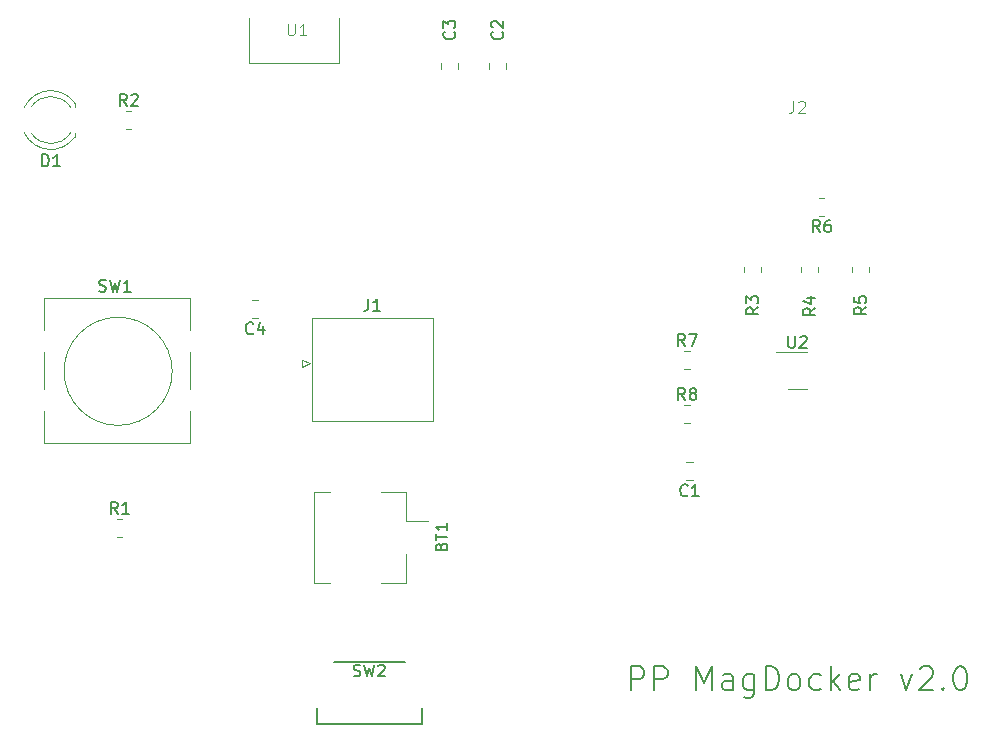
<source format=gbr>
%TF.GenerationSoftware,KiCad,Pcbnew,7.0.9*%
%TF.CreationDate,2024-02-01T23:09:16-08:00*%
%TF.ProjectId,Sensing Device,53656e73-696e-4672-9044-65766963652e,rev?*%
%TF.SameCoordinates,Original*%
%TF.FileFunction,Legend,Top*%
%TF.FilePolarity,Positive*%
%FSLAX46Y46*%
G04 Gerber Fmt 4.6, Leading zero omitted, Abs format (unit mm)*
G04 Created by KiCad (PCBNEW 7.0.9) date 2024-02-01 23:09:16*
%MOMM*%
%LPD*%
G01*
G04 APERTURE LIST*
%ADD10C,0.150000*%
%ADD11C,0.100000*%
%ADD12C,0.120000*%
%ADD13C,0.152400*%
G04 APERTURE END LIST*
D10*
X115890874Y-97029438D02*
X115890874Y-95029438D01*
X115890874Y-95029438D02*
X116652779Y-95029438D01*
X116652779Y-95029438D02*
X116843255Y-95124676D01*
X116843255Y-95124676D02*
X116938493Y-95219914D01*
X116938493Y-95219914D02*
X117033731Y-95410390D01*
X117033731Y-95410390D02*
X117033731Y-95696104D01*
X117033731Y-95696104D02*
X116938493Y-95886580D01*
X116938493Y-95886580D02*
X116843255Y-95981819D01*
X116843255Y-95981819D02*
X116652779Y-96077057D01*
X116652779Y-96077057D02*
X115890874Y-96077057D01*
X117890874Y-97029438D02*
X117890874Y-95029438D01*
X117890874Y-95029438D02*
X118652779Y-95029438D01*
X118652779Y-95029438D02*
X118843255Y-95124676D01*
X118843255Y-95124676D02*
X118938493Y-95219914D01*
X118938493Y-95219914D02*
X119033731Y-95410390D01*
X119033731Y-95410390D02*
X119033731Y-95696104D01*
X119033731Y-95696104D02*
X118938493Y-95886580D01*
X118938493Y-95886580D02*
X118843255Y-95981819D01*
X118843255Y-95981819D02*
X118652779Y-96077057D01*
X118652779Y-96077057D02*
X117890874Y-96077057D01*
X121414684Y-97029438D02*
X121414684Y-95029438D01*
X121414684Y-95029438D02*
X122081351Y-96458009D01*
X122081351Y-96458009D02*
X122748017Y-95029438D01*
X122748017Y-95029438D02*
X122748017Y-97029438D01*
X124557541Y-97029438D02*
X124557541Y-95981819D01*
X124557541Y-95981819D02*
X124462303Y-95791342D01*
X124462303Y-95791342D02*
X124271827Y-95696104D01*
X124271827Y-95696104D02*
X123890874Y-95696104D01*
X123890874Y-95696104D02*
X123700398Y-95791342D01*
X124557541Y-96934200D02*
X124367065Y-97029438D01*
X124367065Y-97029438D02*
X123890874Y-97029438D01*
X123890874Y-97029438D02*
X123700398Y-96934200D01*
X123700398Y-96934200D02*
X123605160Y-96743723D01*
X123605160Y-96743723D02*
X123605160Y-96553247D01*
X123605160Y-96553247D02*
X123700398Y-96362771D01*
X123700398Y-96362771D02*
X123890874Y-96267533D01*
X123890874Y-96267533D02*
X124367065Y-96267533D01*
X124367065Y-96267533D02*
X124557541Y-96172295D01*
X126367065Y-95696104D02*
X126367065Y-97315152D01*
X126367065Y-97315152D02*
X126271827Y-97505628D01*
X126271827Y-97505628D02*
X126176589Y-97600866D01*
X126176589Y-97600866D02*
X125986112Y-97696104D01*
X125986112Y-97696104D02*
X125700398Y-97696104D01*
X125700398Y-97696104D02*
X125509922Y-97600866D01*
X126367065Y-96934200D02*
X126176589Y-97029438D01*
X126176589Y-97029438D02*
X125795636Y-97029438D01*
X125795636Y-97029438D02*
X125605160Y-96934200D01*
X125605160Y-96934200D02*
X125509922Y-96838961D01*
X125509922Y-96838961D02*
X125414684Y-96648485D01*
X125414684Y-96648485D02*
X125414684Y-96077057D01*
X125414684Y-96077057D02*
X125509922Y-95886580D01*
X125509922Y-95886580D02*
X125605160Y-95791342D01*
X125605160Y-95791342D02*
X125795636Y-95696104D01*
X125795636Y-95696104D02*
X126176589Y-95696104D01*
X126176589Y-95696104D02*
X126367065Y-95791342D01*
X127319446Y-97029438D02*
X127319446Y-95029438D01*
X127319446Y-95029438D02*
X127795636Y-95029438D01*
X127795636Y-95029438D02*
X128081351Y-95124676D01*
X128081351Y-95124676D02*
X128271827Y-95315152D01*
X128271827Y-95315152D02*
X128367065Y-95505628D01*
X128367065Y-95505628D02*
X128462303Y-95886580D01*
X128462303Y-95886580D02*
X128462303Y-96172295D01*
X128462303Y-96172295D02*
X128367065Y-96553247D01*
X128367065Y-96553247D02*
X128271827Y-96743723D01*
X128271827Y-96743723D02*
X128081351Y-96934200D01*
X128081351Y-96934200D02*
X127795636Y-97029438D01*
X127795636Y-97029438D02*
X127319446Y-97029438D01*
X129605160Y-97029438D02*
X129414684Y-96934200D01*
X129414684Y-96934200D02*
X129319446Y-96838961D01*
X129319446Y-96838961D02*
X129224208Y-96648485D01*
X129224208Y-96648485D02*
X129224208Y-96077057D01*
X129224208Y-96077057D02*
X129319446Y-95886580D01*
X129319446Y-95886580D02*
X129414684Y-95791342D01*
X129414684Y-95791342D02*
X129605160Y-95696104D01*
X129605160Y-95696104D02*
X129890875Y-95696104D01*
X129890875Y-95696104D02*
X130081351Y-95791342D01*
X130081351Y-95791342D02*
X130176589Y-95886580D01*
X130176589Y-95886580D02*
X130271827Y-96077057D01*
X130271827Y-96077057D02*
X130271827Y-96648485D01*
X130271827Y-96648485D02*
X130176589Y-96838961D01*
X130176589Y-96838961D02*
X130081351Y-96934200D01*
X130081351Y-96934200D02*
X129890875Y-97029438D01*
X129890875Y-97029438D02*
X129605160Y-97029438D01*
X131986113Y-96934200D02*
X131795637Y-97029438D01*
X131795637Y-97029438D02*
X131414684Y-97029438D01*
X131414684Y-97029438D02*
X131224208Y-96934200D01*
X131224208Y-96934200D02*
X131128970Y-96838961D01*
X131128970Y-96838961D02*
X131033732Y-96648485D01*
X131033732Y-96648485D02*
X131033732Y-96077057D01*
X131033732Y-96077057D02*
X131128970Y-95886580D01*
X131128970Y-95886580D02*
X131224208Y-95791342D01*
X131224208Y-95791342D02*
X131414684Y-95696104D01*
X131414684Y-95696104D02*
X131795637Y-95696104D01*
X131795637Y-95696104D02*
X131986113Y-95791342D01*
X132843256Y-97029438D02*
X132843256Y-95029438D01*
X133033732Y-96267533D02*
X133605161Y-97029438D01*
X133605161Y-95696104D02*
X132843256Y-96458009D01*
X135224209Y-96934200D02*
X135033733Y-97029438D01*
X135033733Y-97029438D02*
X134652780Y-97029438D01*
X134652780Y-97029438D02*
X134462304Y-96934200D01*
X134462304Y-96934200D02*
X134367066Y-96743723D01*
X134367066Y-96743723D02*
X134367066Y-95981819D01*
X134367066Y-95981819D02*
X134462304Y-95791342D01*
X134462304Y-95791342D02*
X134652780Y-95696104D01*
X134652780Y-95696104D02*
X135033733Y-95696104D01*
X135033733Y-95696104D02*
X135224209Y-95791342D01*
X135224209Y-95791342D02*
X135319447Y-95981819D01*
X135319447Y-95981819D02*
X135319447Y-96172295D01*
X135319447Y-96172295D02*
X134367066Y-96362771D01*
X136176590Y-97029438D02*
X136176590Y-95696104D01*
X136176590Y-96077057D02*
X136271828Y-95886580D01*
X136271828Y-95886580D02*
X136367066Y-95791342D01*
X136367066Y-95791342D02*
X136557542Y-95696104D01*
X136557542Y-95696104D02*
X136748019Y-95696104D01*
X138748019Y-95696104D02*
X139224209Y-97029438D01*
X139224209Y-97029438D02*
X139700400Y-95696104D01*
X140367067Y-95219914D02*
X140462305Y-95124676D01*
X140462305Y-95124676D02*
X140652781Y-95029438D01*
X140652781Y-95029438D02*
X141128972Y-95029438D01*
X141128972Y-95029438D02*
X141319448Y-95124676D01*
X141319448Y-95124676D02*
X141414686Y-95219914D01*
X141414686Y-95219914D02*
X141509924Y-95410390D01*
X141509924Y-95410390D02*
X141509924Y-95600866D01*
X141509924Y-95600866D02*
X141414686Y-95886580D01*
X141414686Y-95886580D02*
X140271829Y-97029438D01*
X140271829Y-97029438D02*
X141509924Y-97029438D01*
X142367067Y-96838961D02*
X142462305Y-96934200D01*
X142462305Y-96934200D02*
X142367067Y-97029438D01*
X142367067Y-97029438D02*
X142271829Y-96934200D01*
X142271829Y-96934200D02*
X142367067Y-96838961D01*
X142367067Y-96838961D02*
X142367067Y-97029438D01*
X143700400Y-95029438D02*
X143890877Y-95029438D01*
X143890877Y-95029438D02*
X144081353Y-95124676D01*
X144081353Y-95124676D02*
X144176591Y-95219914D01*
X144176591Y-95219914D02*
X144271829Y-95410390D01*
X144271829Y-95410390D02*
X144367067Y-95791342D01*
X144367067Y-95791342D02*
X144367067Y-96267533D01*
X144367067Y-96267533D02*
X144271829Y-96648485D01*
X144271829Y-96648485D02*
X144176591Y-96838961D01*
X144176591Y-96838961D02*
X144081353Y-96934200D01*
X144081353Y-96934200D02*
X143890877Y-97029438D01*
X143890877Y-97029438D02*
X143700400Y-97029438D01*
X143700400Y-97029438D02*
X143509924Y-96934200D01*
X143509924Y-96934200D02*
X143414686Y-96838961D01*
X143414686Y-96838961D02*
X143319448Y-96648485D01*
X143319448Y-96648485D02*
X143224210Y-96267533D01*
X143224210Y-96267533D02*
X143224210Y-95791342D01*
X143224210Y-95791342D02*
X143319448Y-95410390D01*
X143319448Y-95410390D02*
X143414686Y-95219914D01*
X143414686Y-95219914D02*
X143509924Y-95124676D01*
X143509924Y-95124676D02*
X143700400Y-95029438D01*
X83928833Y-66809580D02*
X83881214Y-66857200D01*
X83881214Y-66857200D02*
X83738357Y-66904819D01*
X83738357Y-66904819D02*
X83643119Y-66904819D01*
X83643119Y-66904819D02*
X83500262Y-66857200D01*
X83500262Y-66857200D02*
X83405024Y-66761961D01*
X83405024Y-66761961D02*
X83357405Y-66666723D01*
X83357405Y-66666723D02*
X83309786Y-66476247D01*
X83309786Y-66476247D02*
X83309786Y-66333390D01*
X83309786Y-66333390D02*
X83357405Y-66142914D01*
X83357405Y-66142914D02*
X83405024Y-66047676D01*
X83405024Y-66047676D02*
X83500262Y-65952438D01*
X83500262Y-65952438D02*
X83643119Y-65904819D01*
X83643119Y-65904819D02*
X83738357Y-65904819D01*
X83738357Y-65904819D02*
X83881214Y-65952438D01*
X83881214Y-65952438D02*
X83928833Y-66000057D01*
X84785976Y-66238152D02*
X84785976Y-66904819D01*
X84547881Y-65857200D02*
X84309786Y-66571485D01*
X84309786Y-66571485D02*
X84928833Y-66571485D01*
X70896667Y-63247200D02*
X71039524Y-63294819D01*
X71039524Y-63294819D02*
X71277619Y-63294819D01*
X71277619Y-63294819D02*
X71372857Y-63247200D01*
X71372857Y-63247200D02*
X71420476Y-63199580D01*
X71420476Y-63199580D02*
X71468095Y-63104342D01*
X71468095Y-63104342D02*
X71468095Y-63009104D01*
X71468095Y-63009104D02*
X71420476Y-62913866D01*
X71420476Y-62913866D02*
X71372857Y-62866247D01*
X71372857Y-62866247D02*
X71277619Y-62818628D01*
X71277619Y-62818628D02*
X71087143Y-62771009D01*
X71087143Y-62771009D02*
X70991905Y-62723390D01*
X70991905Y-62723390D02*
X70944286Y-62675771D01*
X70944286Y-62675771D02*
X70896667Y-62580533D01*
X70896667Y-62580533D02*
X70896667Y-62485295D01*
X70896667Y-62485295D02*
X70944286Y-62390057D01*
X70944286Y-62390057D02*
X70991905Y-62342438D01*
X70991905Y-62342438D02*
X71087143Y-62294819D01*
X71087143Y-62294819D02*
X71325238Y-62294819D01*
X71325238Y-62294819D02*
X71468095Y-62342438D01*
X71801429Y-62294819D02*
X72039524Y-63294819D01*
X72039524Y-63294819D02*
X72230000Y-62580533D01*
X72230000Y-62580533D02*
X72420476Y-63294819D01*
X72420476Y-63294819D02*
X72658572Y-62294819D01*
X73563333Y-63294819D02*
X72991905Y-63294819D01*
X73277619Y-63294819D02*
X73277619Y-62294819D01*
X73277619Y-62294819D02*
X73182381Y-62437676D01*
X73182381Y-62437676D02*
X73087143Y-62532914D01*
X73087143Y-62532914D02*
X72991905Y-62580533D01*
X92430767Y-95822200D02*
X92573624Y-95869819D01*
X92573624Y-95869819D02*
X92811719Y-95869819D01*
X92811719Y-95869819D02*
X92906957Y-95822200D01*
X92906957Y-95822200D02*
X92954576Y-95774580D01*
X92954576Y-95774580D02*
X93002195Y-95679342D01*
X93002195Y-95679342D02*
X93002195Y-95584104D01*
X93002195Y-95584104D02*
X92954576Y-95488866D01*
X92954576Y-95488866D02*
X92906957Y-95441247D01*
X92906957Y-95441247D02*
X92811719Y-95393628D01*
X92811719Y-95393628D02*
X92621243Y-95346009D01*
X92621243Y-95346009D02*
X92526005Y-95298390D01*
X92526005Y-95298390D02*
X92478386Y-95250771D01*
X92478386Y-95250771D02*
X92430767Y-95155533D01*
X92430767Y-95155533D02*
X92430767Y-95060295D01*
X92430767Y-95060295D02*
X92478386Y-94965057D01*
X92478386Y-94965057D02*
X92526005Y-94917438D01*
X92526005Y-94917438D02*
X92621243Y-94869819D01*
X92621243Y-94869819D02*
X92859338Y-94869819D01*
X92859338Y-94869819D02*
X93002195Y-94917438D01*
X93335529Y-94869819D02*
X93573624Y-95869819D01*
X93573624Y-95869819D02*
X93764100Y-95155533D01*
X93764100Y-95155533D02*
X93954576Y-95869819D01*
X93954576Y-95869819D02*
X94192672Y-94869819D01*
X94526005Y-94965057D02*
X94573624Y-94917438D01*
X94573624Y-94917438D02*
X94668862Y-94869819D01*
X94668862Y-94869819D02*
X94906957Y-94869819D01*
X94906957Y-94869819D02*
X95002195Y-94917438D01*
X95002195Y-94917438D02*
X95049814Y-94965057D01*
X95049814Y-94965057D02*
X95097433Y-95060295D01*
X95097433Y-95060295D02*
X95097433Y-95155533D01*
X95097433Y-95155533D02*
X95049814Y-95298390D01*
X95049814Y-95298390D02*
X94478386Y-95869819D01*
X94478386Y-95869819D02*
X95097433Y-95869819D01*
D11*
X86868095Y-40605419D02*
X86868095Y-41414942D01*
X86868095Y-41414942D02*
X86915714Y-41510180D01*
X86915714Y-41510180D02*
X86963333Y-41557800D01*
X86963333Y-41557800D02*
X87058571Y-41605419D01*
X87058571Y-41605419D02*
X87249047Y-41605419D01*
X87249047Y-41605419D02*
X87344285Y-41557800D01*
X87344285Y-41557800D02*
X87391904Y-41510180D01*
X87391904Y-41510180D02*
X87439523Y-41414942D01*
X87439523Y-41414942D02*
X87439523Y-40605419D01*
X88439523Y-41605419D02*
X87868095Y-41605419D01*
X88153809Y-41605419D02*
X88153809Y-40605419D01*
X88153809Y-40605419D02*
X88058571Y-40748276D01*
X88058571Y-40748276D02*
X87963333Y-40843514D01*
X87963333Y-40843514D02*
X87868095Y-40891133D01*
D10*
X93686666Y-63896819D02*
X93686666Y-64611104D01*
X93686666Y-64611104D02*
X93639047Y-64753961D01*
X93639047Y-64753961D02*
X93543809Y-64849200D01*
X93543809Y-64849200D02*
X93400952Y-64896819D01*
X93400952Y-64896819D02*
X93305714Y-64896819D01*
X94686666Y-64896819D02*
X94115238Y-64896819D01*
X94400952Y-64896819D02*
X94400952Y-63896819D01*
X94400952Y-63896819D02*
X94305714Y-64039676D01*
X94305714Y-64039676D02*
X94210476Y-64134914D01*
X94210476Y-64134914D02*
X94115238Y-64182533D01*
X129238095Y-67054819D02*
X129238095Y-67864342D01*
X129238095Y-67864342D02*
X129285714Y-67959580D01*
X129285714Y-67959580D02*
X129333333Y-68007200D01*
X129333333Y-68007200D02*
X129428571Y-68054819D01*
X129428571Y-68054819D02*
X129619047Y-68054819D01*
X129619047Y-68054819D02*
X129714285Y-68007200D01*
X129714285Y-68007200D02*
X129761904Y-67959580D01*
X129761904Y-67959580D02*
X129809523Y-67864342D01*
X129809523Y-67864342D02*
X129809523Y-67054819D01*
X130238095Y-67150057D02*
X130285714Y-67102438D01*
X130285714Y-67102438D02*
X130380952Y-67054819D01*
X130380952Y-67054819D02*
X130619047Y-67054819D01*
X130619047Y-67054819D02*
X130714285Y-67102438D01*
X130714285Y-67102438D02*
X130761904Y-67150057D01*
X130761904Y-67150057D02*
X130809523Y-67245295D01*
X130809523Y-67245295D02*
X130809523Y-67340533D01*
X130809523Y-67340533D02*
X130761904Y-67483390D01*
X130761904Y-67483390D02*
X130190476Y-68054819D01*
X130190476Y-68054819D02*
X130809523Y-68054819D01*
X120499333Y-67892819D02*
X120166000Y-67416628D01*
X119927905Y-67892819D02*
X119927905Y-66892819D01*
X119927905Y-66892819D02*
X120308857Y-66892819D01*
X120308857Y-66892819D02*
X120404095Y-66940438D01*
X120404095Y-66940438D02*
X120451714Y-66988057D01*
X120451714Y-66988057D02*
X120499333Y-67083295D01*
X120499333Y-67083295D02*
X120499333Y-67226152D01*
X120499333Y-67226152D02*
X120451714Y-67321390D01*
X120451714Y-67321390D02*
X120404095Y-67369009D01*
X120404095Y-67369009D02*
X120308857Y-67416628D01*
X120308857Y-67416628D02*
X119927905Y-67416628D01*
X120832667Y-66892819D02*
X121499333Y-66892819D01*
X121499333Y-66892819D02*
X121070762Y-67892819D01*
X135836819Y-64614066D02*
X135360628Y-64947399D01*
X135836819Y-65185494D02*
X134836819Y-65185494D01*
X134836819Y-65185494D02*
X134836819Y-64804542D01*
X134836819Y-64804542D02*
X134884438Y-64709304D01*
X134884438Y-64709304D02*
X134932057Y-64661685D01*
X134932057Y-64661685D02*
X135027295Y-64614066D01*
X135027295Y-64614066D02*
X135170152Y-64614066D01*
X135170152Y-64614066D02*
X135265390Y-64661685D01*
X135265390Y-64661685D02*
X135313009Y-64709304D01*
X135313009Y-64709304D02*
X135360628Y-64804542D01*
X135360628Y-64804542D02*
X135360628Y-65185494D01*
X134836819Y-63709304D02*
X134836819Y-64185494D01*
X134836819Y-64185494D02*
X135313009Y-64233113D01*
X135313009Y-64233113D02*
X135265390Y-64185494D01*
X135265390Y-64185494D02*
X135217771Y-64090256D01*
X135217771Y-64090256D02*
X135217771Y-63852161D01*
X135217771Y-63852161D02*
X135265390Y-63756923D01*
X135265390Y-63756923D02*
X135313009Y-63709304D01*
X135313009Y-63709304D02*
X135408247Y-63661685D01*
X135408247Y-63661685D02*
X135646342Y-63661685D01*
X135646342Y-63661685D02*
X135741580Y-63709304D01*
X135741580Y-63709304D02*
X135789200Y-63756923D01*
X135789200Y-63756923D02*
X135836819Y-63852161D01*
X135836819Y-63852161D02*
X135836819Y-64090256D01*
X135836819Y-64090256D02*
X135789200Y-64185494D01*
X135789200Y-64185494D02*
X135741580Y-64233113D01*
X100943580Y-41293166D02*
X100991200Y-41340785D01*
X100991200Y-41340785D02*
X101038819Y-41483642D01*
X101038819Y-41483642D02*
X101038819Y-41578880D01*
X101038819Y-41578880D02*
X100991200Y-41721737D01*
X100991200Y-41721737D02*
X100895961Y-41816975D01*
X100895961Y-41816975D02*
X100800723Y-41864594D01*
X100800723Y-41864594D02*
X100610247Y-41912213D01*
X100610247Y-41912213D02*
X100467390Y-41912213D01*
X100467390Y-41912213D02*
X100276914Y-41864594D01*
X100276914Y-41864594D02*
X100181676Y-41816975D01*
X100181676Y-41816975D02*
X100086438Y-41721737D01*
X100086438Y-41721737D02*
X100038819Y-41578880D01*
X100038819Y-41578880D02*
X100038819Y-41483642D01*
X100038819Y-41483642D02*
X100086438Y-41340785D01*
X100086438Y-41340785D02*
X100134057Y-41293166D01*
X100038819Y-40959832D02*
X100038819Y-40340785D01*
X100038819Y-40340785D02*
X100419771Y-40674118D01*
X100419771Y-40674118D02*
X100419771Y-40531261D01*
X100419771Y-40531261D02*
X100467390Y-40436023D01*
X100467390Y-40436023D02*
X100515009Y-40388404D01*
X100515009Y-40388404D02*
X100610247Y-40340785D01*
X100610247Y-40340785D02*
X100848342Y-40340785D01*
X100848342Y-40340785D02*
X100943580Y-40388404D01*
X100943580Y-40388404D02*
X100991200Y-40436023D01*
X100991200Y-40436023D02*
X101038819Y-40531261D01*
X101038819Y-40531261D02*
X101038819Y-40816975D01*
X101038819Y-40816975D02*
X100991200Y-40912213D01*
X100991200Y-40912213D02*
X100943580Y-40959832D01*
X99858009Y-84871714D02*
X99905628Y-84728857D01*
X99905628Y-84728857D02*
X99953247Y-84681238D01*
X99953247Y-84681238D02*
X100048485Y-84633619D01*
X100048485Y-84633619D02*
X100191342Y-84633619D01*
X100191342Y-84633619D02*
X100286580Y-84681238D01*
X100286580Y-84681238D02*
X100334200Y-84728857D01*
X100334200Y-84728857D02*
X100381819Y-84824095D01*
X100381819Y-84824095D02*
X100381819Y-85205047D01*
X100381819Y-85205047D02*
X99381819Y-85205047D01*
X99381819Y-85205047D02*
X99381819Y-84871714D01*
X99381819Y-84871714D02*
X99429438Y-84776476D01*
X99429438Y-84776476D02*
X99477057Y-84728857D01*
X99477057Y-84728857D02*
X99572295Y-84681238D01*
X99572295Y-84681238D02*
X99667533Y-84681238D01*
X99667533Y-84681238D02*
X99762771Y-84728857D01*
X99762771Y-84728857D02*
X99810390Y-84776476D01*
X99810390Y-84776476D02*
X99858009Y-84871714D01*
X99858009Y-84871714D02*
X99858009Y-85205047D01*
X99381819Y-84347904D02*
X99381819Y-83776476D01*
X100381819Y-84062190D02*
X99381819Y-84062190D01*
X100381819Y-82919333D02*
X100381819Y-83490761D01*
X100381819Y-83205047D02*
X99381819Y-83205047D01*
X99381819Y-83205047D02*
X99524676Y-83300285D01*
X99524676Y-83300285D02*
X99619914Y-83395523D01*
X99619914Y-83395523D02*
X99667533Y-83490761D01*
X120499333Y-72464819D02*
X120166000Y-71988628D01*
X119927905Y-72464819D02*
X119927905Y-71464819D01*
X119927905Y-71464819D02*
X120308857Y-71464819D01*
X120308857Y-71464819D02*
X120404095Y-71512438D01*
X120404095Y-71512438D02*
X120451714Y-71560057D01*
X120451714Y-71560057D02*
X120499333Y-71655295D01*
X120499333Y-71655295D02*
X120499333Y-71798152D01*
X120499333Y-71798152D02*
X120451714Y-71893390D01*
X120451714Y-71893390D02*
X120404095Y-71941009D01*
X120404095Y-71941009D02*
X120308857Y-71988628D01*
X120308857Y-71988628D02*
X119927905Y-71988628D01*
X121070762Y-71893390D02*
X120975524Y-71845771D01*
X120975524Y-71845771D02*
X120927905Y-71798152D01*
X120927905Y-71798152D02*
X120880286Y-71702914D01*
X120880286Y-71702914D02*
X120880286Y-71655295D01*
X120880286Y-71655295D02*
X120927905Y-71560057D01*
X120927905Y-71560057D02*
X120975524Y-71512438D01*
X120975524Y-71512438D02*
X121070762Y-71464819D01*
X121070762Y-71464819D02*
X121261238Y-71464819D01*
X121261238Y-71464819D02*
X121356476Y-71512438D01*
X121356476Y-71512438D02*
X121404095Y-71560057D01*
X121404095Y-71560057D02*
X121451714Y-71655295D01*
X121451714Y-71655295D02*
X121451714Y-71702914D01*
X121451714Y-71702914D02*
X121404095Y-71798152D01*
X121404095Y-71798152D02*
X121356476Y-71845771D01*
X121356476Y-71845771D02*
X121261238Y-71893390D01*
X121261238Y-71893390D02*
X121070762Y-71893390D01*
X121070762Y-71893390D02*
X120975524Y-71941009D01*
X120975524Y-71941009D02*
X120927905Y-71988628D01*
X120927905Y-71988628D02*
X120880286Y-72083866D01*
X120880286Y-72083866D02*
X120880286Y-72274342D01*
X120880286Y-72274342D02*
X120927905Y-72369580D01*
X120927905Y-72369580D02*
X120975524Y-72417200D01*
X120975524Y-72417200D02*
X121070762Y-72464819D01*
X121070762Y-72464819D02*
X121261238Y-72464819D01*
X121261238Y-72464819D02*
X121356476Y-72417200D01*
X121356476Y-72417200D02*
X121404095Y-72369580D01*
X121404095Y-72369580D02*
X121451714Y-72274342D01*
X121451714Y-72274342D02*
X121451714Y-72083866D01*
X121451714Y-72083866D02*
X121404095Y-71988628D01*
X121404095Y-71988628D02*
X121356476Y-71941009D01*
X121356476Y-71941009D02*
X121261238Y-71893390D01*
X126692819Y-64630066D02*
X126216628Y-64963399D01*
X126692819Y-65201494D02*
X125692819Y-65201494D01*
X125692819Y-65201494D02*
X125692819Y-64820542D01*
X125692819Y-64820542D02*
X125740438Y-64725304D01*
X125740438Y-64725304D02*
X125788057Y-64677685D01*
X125788057Y-64677685D02*
X125883295Y-64630066D01*
X125883295Y-64630066D02*
X126026152Y-64630066D01*
X126026152Y-64630066D02*
X126121390Y-64677685D01*
X126121390Y-64677685D02*
X126169009Y-64725304D01*
X126169009Y-64725304D02*
X126216628Y-64820542D01*
X126216628Y-64820542D02*
X126216628Y-65201494D01*
X125692819Y-64296732D02*
X125692819Y-63677685D01*
X125692819Y-63677685D02*
X126073771Y-64011018D01*
X126073771Y-64011018D02*
X126073771Y-63868161D01*
X126073771Y-63868161D02*
X126121390Y-63772923D01*
X126121390Y-63772923D02*
X126169009Y-63725304D01*
X126169009Y-63725304D02*
X126264247Y-63677685D01*
X126264247Y-63677685D02*
X126502342Y-63677685D01*
X126502342Y-63677685D02*
X126597580Y-63725304D01*
X126597580Y-63725304D02*
X126645200Y-63772923D01*
X126645200Y-63772923D02*
X126692819Y-63868161D01*
X126692819Y-63868161D02*
X126692819Y-64153875D01*
X126692819Y-64153875D02*
X126645200Y-64249113D01*
X126645200Y-64249113D02*
X126597580Y-64296732D01*
X72461333Y-82116819D02*
X72128000Y-81640628D01*
X71889905Y-82116819D02*
X71889905Y-81116819D01*
X71889905Y-81116819D02*
X72270857Y-81116819D01*
X72270857Y-81116819D02*
X72366095Y-81164438D01*
X72366095Y-81164438D02*
X72413714Y-81212057D01*
X72413714Y-81212057D02*
X72461333Y-81307295D01*
X72461333Y-81307295D02*
X72461333Y-81450152D01*
X72461333Y-81450152D02*
X72413714Y-81545390D01*
X72413714Y-81545390D02*
X72366095Y-81593009D01*
X72366095Y-81593009D02*
X72270857Y-81640628D01*
X72270857Y-81640628D02*
X71889905Y-81640628D01*
X73413714Y-82116819D02*
X72842286Y-82116819D01*
X73128000Y-82116819D02*
X73128000Y-81116819D01*
X73128000Y-81116819D02*
X73032762Y-81259676D01*
X73032762Y-81259676D02*
X72937524Y-81354914D01*
X72937524Y-81354914D02*
X72842286Y-81402533D01*
X120715833Y-80525580D02*
X120668214Y-80573200D01*
X120668214Y-80573200D02*
X120525357Y-80620819D01*
X120525357Y-80620819D02*
X120430119Y-80620819D01*
X120430119Y-80620819D02*
X120287262Y-80573200D01*
X120287262Y-80573200D02*
X120192024Y-80477961D01*
X120192024Y-80477961D02*
X120144405Y-80382723D01*
X120144405Y-80382723D02*
X120096786Y-80192247D01*
X120096786Y-80192247D02*
X120096786Y-80049390D01*
X120096786Y-80049390D02*
X120144405Y-79858914D01*
X120144405Y-79858914D02*
X120192024Y-79763676D01*
X120192024Y-79763676D02*
X120287262Y-79668438D01*
X120287262Y-79668438D02*
X120430119Y-79620819D01*
X120430119Y-79620819D02*
X120525357Y-79620819D01*
X120525357Y-79620819D02*
X120668214Y-79668438D01*
X120668214Y-79668438D02*
X120715833Y-79716057D01*
X121668214Y-80620819D02*
X121096786Y-80620819D01*
X121382500Y-80620819D02*
X121382500Y-79620819D01*
X121382500Y-79620819D02*
X121287262Y-79763676D01*
X121287262Y-79763676D02*
X121192024Y-79858914D01*
X121192024Y-79858914D02*
X121096786Y-79906533D01*
X131913333Y-58238819D02*
X131580000Y-57762628D01*
X131341905Y-58238819D02*
X131341905Y-57238819D01*
X131341905Y-57238819D02*
X131722857Y-57238819D01*
X131722857Y-57238819D02*
X131818095Y-57286438D01*
X131818095Y-57286438D02*
X131865714Y-57334057D01*
X131865714Y-57334057D02*
X131913333Y-57429295D01*
X131913333Y-57429295D02*
X131913333Y-57572152D01*
X131913333Y-57572152D02*
X131865714Y-57667390D01*
X131865714Y-57667390D02*
X131818095Y-57715009D01*
X131818095Y-57715009D02*
X131722857Y-57762628D01*
X131722857Y-57762628D02*
X131341905Y-57762628D01*
X132770476Y-57238819D02*
X132580000Y-57238819D01*
X132580000Y-57238819D02*
X132484762Y-57286438D01*
X132484762Y-57286438D02*
X132437143Y-57334057D01*
X132437143Y-57334057D02*
X132341905Y-57476914D01*
X132341905Y-57476914D02*
X132294286Y-57667390D01*
X132294286Y-57667390D02*
X132294286Y-58048342D01*
X132294286Y-58048342D02*
X132341905Y-58143580D01*
X132341905Y-58143580D02*
X132389524Y-58191200D01*
X132389524Y-58191200D02*
X132484762Y-58238819D01*
X132484762Y-58238819D02*
X132675238Y-58238819D01*
X132675238Y-58238819D02*
X132770476Y-58191200D01*
X132770476Y-58191200D02*
X132818095Y-58143580D01*
X132818095Y-58143580D02*
X132865714Y-58048342D01*
X132865714Y-58048342D02*
X132865714Y-57810247D01*
X132865714Y-57810247D02*
X132818095Y-57715009D01*
X132818095Y-57715009D02*
X132770476Y-57667390D01*
X132770476Y-57667390D02*
X132675238Y-57619771D01*
X132675238Y-57619771D02*
X132484762Y-57619771D01*
X132484762Y-57619771D02*
X132389524Y-57667390D01*
X132389524Y-57667390D02*
X132341905Y-57715009D01*
X132341905Y-57715009D02*
X132294286Y-57810247D01*
X73223333Y-47572819D02*
X72890000Y-47096628D01*
X72651905Y-47572819D02*
X72651905Y-46572819D01*
X72651905Y-46572819D02*
X73032857Y-46572819D01*
X73032857Y-46572819D02*
X73128095Y-46620438D01*
X73128095Y-46620438D02*
X73175714Y-46668057D01*
X73175714Y-46668057D02*
X73223333Y-46763295D01*
X73223333Y-46763295D02*
X73223333Y-46906152D01*
X73223333Y-46906152D02*
X73175714Y-47001390D01*
X73175714Y-47001390D02*
X73128095Y-47049009D01*
X73128095Y-47049009D02*
X73032857Y-47096628D01*
X73032857Y-47096628D02*
X72651905Y-47096628D01*
X73604286Y-46668057D02*
X73651905Y-46620438D01*
X73651905Y-46620438D02*
X73747143Y-46572819D01*
X73747143Y-46572819D02*
X73985238Y-46572819D01*
X73985238Y-46572819D02*
X74080476Y-46620438D01*
X74080476Y-46620438D02*
X74128095Y-46668057D01*
X74128095Y-46668057D02*
X74175714Y-46763295D01*
X74175714Y-46763295D02*
X74175714Y-46858533D01*
X74175714Y-46858533D02*
X74128095Y-47001390D01*
X74128095Y-47001390D02*
X73556667Y-47572819D01*
X73556667Y-47572819D02*
X74175714Y-47572819D01*
X131518819Y-64682666D02*
X131042628Y-65015999D01*
X131518819Y-65254094D02*
X130518819Y-65254094D01*
X130518819Y-65254094D02*
X130518819Y-64873142D01*
X130518819Y-64873142D02*
X130566438Y-64777904D01*
X130566438Y-64777904D02*
X130614057Y-64730285D01*
X130614057Y-64730285D02*
X130709295Y-64682666D01*
X130709295Y-64682666D02*
X130852152Y-64682666D01*
X130852152Y-64682666D02*
X130947390Y-64730285D01*
X130947390Y-64730285D02*
X130995009Y-64777904D01*
X130995009Y-64777904D02*
X131042628Y-64873142D01*
X131042628Y-64873142D02*
X131042628Y-65254094D01*
X130852152Y-63825523D02*
X131518819Y-63825523D01*
X130471200Y-64063618D02*
X131185485Y-64301713D01*
X131185485Y-64301713D02*
X131185485Y-63682666D01*
D11*
X129666666Y-47153419D02*
X129666666Y-47867704D01*
X129666666Y-47867704D02*
X129619047Y-48010561D01*
X129619047Y-48010561D02*
X129523809Y-48105800D01*
X129523809Y-48105800D02*
X129380952Y-48153419D01*
X129380952Y-48153419D02*
X129285714Y-48153419D01*
X130095238Y-47248657D02*
X130142857Y-47201038D01*
X130142857Y-47201038D02*
X130238095Y-47153419D01*
X130238095Y-47153419D02*
X130476190Y-47153419D01*
X130476190Y-47153419D02*
X130571428Y-47201038D01*
X130571428Y-47201038D02*
X130619047Y-47248657D01*
X130619047Y-47248657D02*
X130666666Y-47343895D01*
X130666666Y-47343895D02*
X130666666Y-47439133D01*
X130666666Y-47439133D02*
X130619047Y-47581990D01*
X130619047Y-47581990D02*
X130047619Y-48153419D01*
X130047619Y-48153419D02*
X130666666Y-48153419D01*
D10*
X66063905Y-52682819D02*
X66063905Y-51682819D01*
X66063905Y-51682819D02*
X66302000Y-51682819D01*
X66302000Y-51682819D02*
X66444857Y-51730438D01*
X66444857Y-51730438D02*
X66540095Y-51825676D01*
X66540095Y-51825676D02*
X66587714Y-51920914D01*
X66587714Y-51920914D02*
X66635333Y-52111390D01*
X66635333Y-52111390D02*
X66635333Y-52254247D01*
X66635333Y-52254247D02*
X66587714Y-52444723D01*
X66587714Y-52444723D02*
X66540095Y-52539961D01*
X66540095Y-52539961D02*
X66444857Y-52635200D01*
X66444857Y-52635200D02*
X66302000Y-52682819D01*
X66302000Y-52682819D02*
X66063905Y-52682819D01*
X67587714Y-52682819D02*
X67016286Y-52682819D01*
X67302000Y-52682819D02*
X67302000Y-51682819D01*
X67302000Y-51682819D02*
X67206762Y-51825676D01*
X67206762Y-51825676D02*
X67111524Y-51920914D01*
X67111524Y-51920914D02*
X67016286Y-51968533D01*
X105007580Y-41293166D02*
X105055200Y-41340785D01*
X105055200Y-41340785D02*
X105102819Y-41483642D01*
X105102819Y-41483642D02*
X105102819Y-41578880D01*
X105102819Y-41578880D02*
X105055200Y-41721737D01*
X105055200Y-41721737D02*
X104959961Y-41816975D01*
X104959961Y-41816975D02*
X104864723Y-41864594D01*
X104864723Y-41864594D02*
X104674247Y-41912213D01*
X104674247Y-41912213D02*
X104531390Y-41912213D01*
X104531390Y-41912213D02*
X104340914Y-41864594D01*
X104340914Y-41864594D02*
X104245676Y-41816975D01*
X104245676Y-41816975D02*
X104150438Y-41721737D01*
X104150438Y-41721737D02*
X104102819Y-41578880D01*
X104102819Y-41578880D02*
X104102819Y-41483642D01*
X104102819Y-41483642D02*
X104150438Y-41340785D01*
X104150438Y-41340785D02*
X104198057Y-41293166D01*
X104198057Y-40912213D02*
X104150438Y-40864594D01*
X104150438Y-40864594D02*
X104102819Y-40769356D01*
X104102819Y-40769356D02*
X104102819Y-40531261D01*
X104102819Y-40531261D02*
X104150438Y-40436023D01*
X104150438Y-40436023D02*
X104198057Y-40388404D01*
X104198057Y-40388404D02*
X104293295Y-40340785D01*
X104293295Y-40340785D02*
X104388533Y-40340785D01*
X104388533Y-40340785D02*
X104531390Y-40388404D01*
X104531390Y-40388404D02*
X105102819Y-40959832D01*
X105102819Y-40959832D02*
X105102819Y-40340785D01*
D12*
%TO.C,C4*%
X84356752Y-65505000D02*
X83834248Y-65505000D01*
X84356752Y-64035000D02*
X83834248Y-64035000D01*
%TO.C,SW1*%
X66250000Y-63850000D02*
X78550000Y-63850000D01*
X66250000Y-66570000D02*
X66250000Y-63850000D01*
X66250000Y-71570000D02*
X66250000Y-68430000D01*
X66250000Y-76150000D02*
X66250000Y-73430000D01*
X78550000Y-63850000D02*
X78550000Y-66570000D01*
X78550000Y-68430000D02*
X78550000Y-71570000D01*
X78550000Y-73430000D02*
X78550000Y-76150000D01*
X78550000Y-76150000D02*
X66250000Y-76150000D01*
X77079050Y-70040000D02*
G75*
G03*
X77079050Y-70040000I-4579050J0D01*
G01*
D13*
%TO.C,SW2*%
X89331800Y-98576593D02*
X89331800Y-99936200D01*
X89331800Y-99936200D02*
X98196400Y-99936200D01*
X92369350Y-94627600D02*
X90741354Y-94627600D01*
X94369351Y-94627600D02*
X92369350Y-94627600D01*
X96369352Y-94627600D02*
X94369351Y-94627600D01*
X96786847Y-94627600D02*
X96369352Y-94627600D01*
X98196400Y-99936200D02*
X98196400Y-98576593D01*
D11*
%TO.C,U1*%
X91186000Y-43942000D02*
X91186000Y-40132000D01*
X83566000Y-43942000D02*
X91186000Y-43942000D01*
X83566000Y-40132000D02*
X83566000Y-43942000D01*
D12*
%TO.C,J1*%
X88110000Y-69042000D02*
X88710000Y-69342000D01*
X88110000Y-69642000D02*
X88110000Y-69042000D01*
X88710000Y-69342000D02*
X88110000Y-69642000D01*
X88910000Y-65532000D02*
X88910000Y-74252000D01*
X88910000Y-74252000D02*
X99130000Y-74252000D01*
X99130000Y-65532000D02*
X88910000Y-65532000D01*
X99130000Y-74252000D02*
X99130000Y-65532000D01*
%TO.C,U2*%
X130000000Y-68440000D02*
X128200000Y-68440000D01*
X130000000Y-68440000D02*
X130800000Y-68440000D01*
X130000000Y-71560000D02*
X129200000Y-71560000D01*
X130000000Y-71560000D02*
X130800000Y-71560000D01*
%TO.C,R7*%
X120438936Y-69823000D02*
X120893064Y-69823000D01*
X120438936Y-68353000D02*
X120893064Y-68353000D01*
%TO.C,R5*%
X134647000Y-61642464D02*
X134647000Y-61188336D01*
X136117000Y-61642464D02*
X136117000Y-61188336D01*
%TO.C,C3*%
X99849000Y-44435752D02*
X99849000Y-43913248D01*
X101319000Y-44435752D02*
X101319000Y-43913248D01*
%TO.C,BT1*%
X89122000Y-87946000D02*
X90422000Y-87946000D01*
X94742000Y-87946000D02*
X96842000Y-87946000D01*
X96842000Y-87946000D02*
X96842000Y-85496000D01*
X96842000Y-82676000D02*
X98732000Y-82676000D01*
X89122000Y-80226000D02*
X89122000Y-87946000D01*
X90422000Y-80226000D02*
X89122000Y-80226000D01*
X94742000Y-80226000D02*
X96842000Y-80226000D01*
X96842000Y-80226000D02*
X96842000Y-82676000D01*
%TO.C,R8*%
X120438936Y-74395000D02*
X120893064Y-74395000D01*
X120438936Y-72925000D02*
X120893064Y-72925000D01*
%TO.C,R3*%
X126973000Y-61188336D02*
X126973000Y-61642464D01*
X125503000Y-61188336D02*
X125503000Y-61642464D01*
%TO.C,R1*%
X72400936Y-82577000D02*
X72855064Y-82577000D01*
X72400936Y-84047000D02*
X72855064Y-84047000D01*
%TO.C,C1*%
X121143752Y-77751000D02*
X120621248Y-77751000D01*
X121143752Y-79221000D02*
X120621248Y-79221000D01*
%TO.C,R6*%
X132307064Y-55399000D02*
X131852936Y-55399000D01*
X132307064Y-56869000D02*
X131852936Y-56869000D01*
%TO.C,R2*%
X73162936Y-48033000D02*
X73617064Y-48033000D01*
X73162936Y-49503000D02*
X73617064Y-49503000D01*
%TO.C,R4*%
X130329000Y-61642464D02*
X130329000Y-61188336D01*
X131799000Y-61642464D02*
X131799000Y-61188336D01*
%TO.C,D1*%
X68861999Y-47369251D02*
G75*
G03*
X64558759Y-47687276I-2059999J-1398749D01*
G01*
X68485329Y-47688001D02*
G75*
G03*
X65119288Y-47687040I-1683329J-1079999D01*
G01*
X65119288Y-49848960D02*
G75*
G03*
X68485329Y-49847999I1682712J1080960D01*
G01*
X64558759Y-49848724D02*
G75*
G03*
X68861999Y-50166749I2243241J1080724D01*
G01*
X68862000Y-47688000D02*
X68862000Y-47369000D01*
X68862000Y-50167000D02*
X68862000Y-49848000D01*
%TO.C,C2*%
X105383000Y-44435752D02*
X105383000Y-43913248D01*
X103913000Y-44435752D02*
X103913000Y-43913248D01*
%TD*%
M02*

</source>
